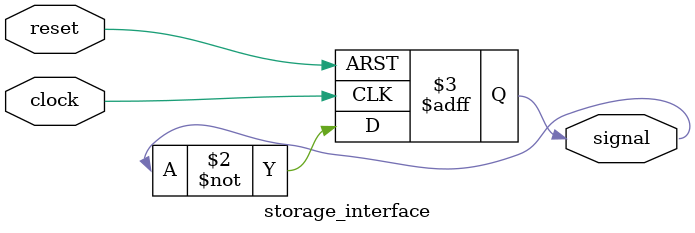
<source format=v>
module storage_interface ( clock, reset, signal);

input	clock;
input	reset;
output	signal;

reg signal;

always@(posedge clock or posedge reset)
	begin
	if(reset)
		begin
			signal <= 1'b1;
		end
	else
		begin
			signal <= ~signal;
		end
	end


endmodule

</source>
